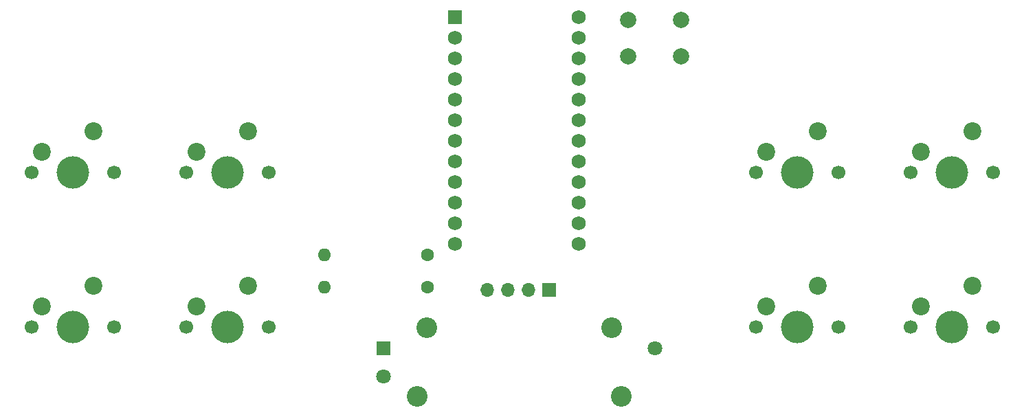
<source format=gbr>
%TF.GenerationSoftware,KiCad,Pcbnew,(7.0.0)*%
%TF.CreationDate,2023-07-31T10:46:52-07:00*%
%TF.ProjectId,macropad-V3,6d616372-6f70-4616-942d-56332e6b6963,rev?*%
%TF.SameCoordinates,Original*%
%TF.FileFunction,Soldermask,Bot*%
%TF.FilePolarity,Negative*%
%FSLAX46Y46*%
G04 Gerber Fmt 4.6, Leading zero omitted, Abs format (unit mm)*
G04 Created by KiCad (PCBNEW (7.0.0)) date 2023-07-31 10:46:52*
%MOMM*%
%LPD*%
G01*
G04 APERTURE LIST*
%ADD10C,1.700000*%
%ADD11C,4.000000*%
%ADD12C,2.200000*%
%ADD13C,2.000000*%
%ADD14C,1.600000*%
%ADD15O,1.600000X1.600000*%
%ADD16R,1.752600X1.752600*%
%ADD17C,1.752600*%
%ADD18R,1.700000X1.700000*%
%ADD19O,1.700000X1.700000*%
%ADD20R,1.800000X1.800000*%
%ADD21C,1.800000*%
%ADD22C,2.550000*%
G04 APERTURE END LIST*
D10*
%TO.C,MX7*%
X188468000Y-72898000D03*
D11*
X193548000Y-72898000D03*
D10*
X198628000Y-72898000D03*
D12*
X196088000Y-67818000D03*
X189738000Y-70358000D03*
%TD*%
D10*
%TO.C,MX2*%
X80137000Y-91948000D03*
D11*
X85217000Y-91948000D03*
D10*
X90297000Y-91948000D03*
D12*
X87757000Y-86868000D03*
X81407000Y-89408000D03*
%TD*%
D13*
%TO.C,SW1*%
X153670000Y-54102000D03*
X160170000Y-54102000D03*
X153670000Y-58602000D03*
X160170000Y-58602000D03*
%TD*%
D14*
%TO.C,R3*%
X128905000Y-83058000D03*
D15*
X116204999Y-83057999D03*
%TD*%
D10*
%TO.C,MX6*%
X169418000Y-91948000D03*
D11*
X174498000Y-91948000D03*
D10*
X179578000Y-91948000D03*
D12*
X177038000Y-86868000D03*
X170688000Y-89408000D03*
%TD*%
D10*
%TO.C,MX4*%
X99187000Y-91948000D03*
D11*
X104267000Y-91948000D03*
D10*
X109347000Y-91948000D03*
D12*
X106807000Y-86868000D03*
X100457000Y-89408000D03*
%TD*%
D10*
%TO.C,MX5*%
X169418000Y-72898000D03*
D11*
X174498000Y-72898000D03*
D10*
X179578000Y-72898000D03*
D12*
X177038000Y-67818000D03*
X170688000Y-70358000D03*
%TD*%
D16*
%TO.C,U1*%
X132333999Y-53720999D03*
D17*
X132334000Y-56261000D03*
X132334000Y-58801000D03*
X132334000Y-61341000D03*
X132334000Y-63881000D03*
X132334000Y-66421000D03*
X132334000Y-68961000D03*
X132334000Y-71501000D03*
X132334000Y-74041000D03*
X132334000Y-76581000D03*
X132334000Y-79121000D03*
X132334000Y-81661000D03*
X147574000Y-81661000D03*
X147574000Y-79121000D03*
X147574000Y-76581000D03*
X147574000Y-74041000D03*
X147574000Y-71501000D03*
X147574000Y-68961000D03*
X147574000Y-66421000D03*
X147574000Y-63881000D03*
X147574000Y-61341000D03*
X147574000Y-58801000D03*
X147574000Y-56261000D03*
X147574000Y-53721000D03*
%TD*%
D10*
%TO.C,MX8*%
X188468000Y-91948000D03*
D11*
X193548000Y-91948000D03*
D10*
X198628000Y-91948000D03*
D12*
X196088000Y-86868000D03*
X189738000Y-89408000D03*
%TD*%
D18*
%TO.C,128x32oLed1*%
X143902999Y-87337999D03*
D19*
X141362999Y-87337999D03*
X138822999Y-87337999D03*
X136282999Y-87337999D03*
%TD*%
D10*
%TO.C,MX1*%
X80137000Y-72898000D03*
D11*
X85217000Y-72898000D03*
D10*
X90297000Y-72898000D03*
D12*
X87757000Y-67818000D03*
X81407000Y-70358000D03*
%TD*%
D14*
%TO.C,R2*%
X128905000Y-86995000D03*
D15*
X116204999Y-86994999D03*
%TD*%
D10*
%TO.C,MX3*%
X99187000Y-72898000D03*
D11*
X104267000Y-72898000D03*
D10*
X109347000Y-72898000D03*
D12*
X106807000Y-67818000D03*
X100457000Y-70358000D03*
%TD*%
D20*
%TO.C,R1*%
X123503499Y-94515999D03*
D21*
X123503500Y-98016000D03*
X157003500Y-94516000D03*
D22*
X128853500Y-92016000D03*
X127653500Y-100516000D03*
X151653500Y-92016000D03*
X152853500Y-100516000D03*
%TD*%
M02*

</source>
